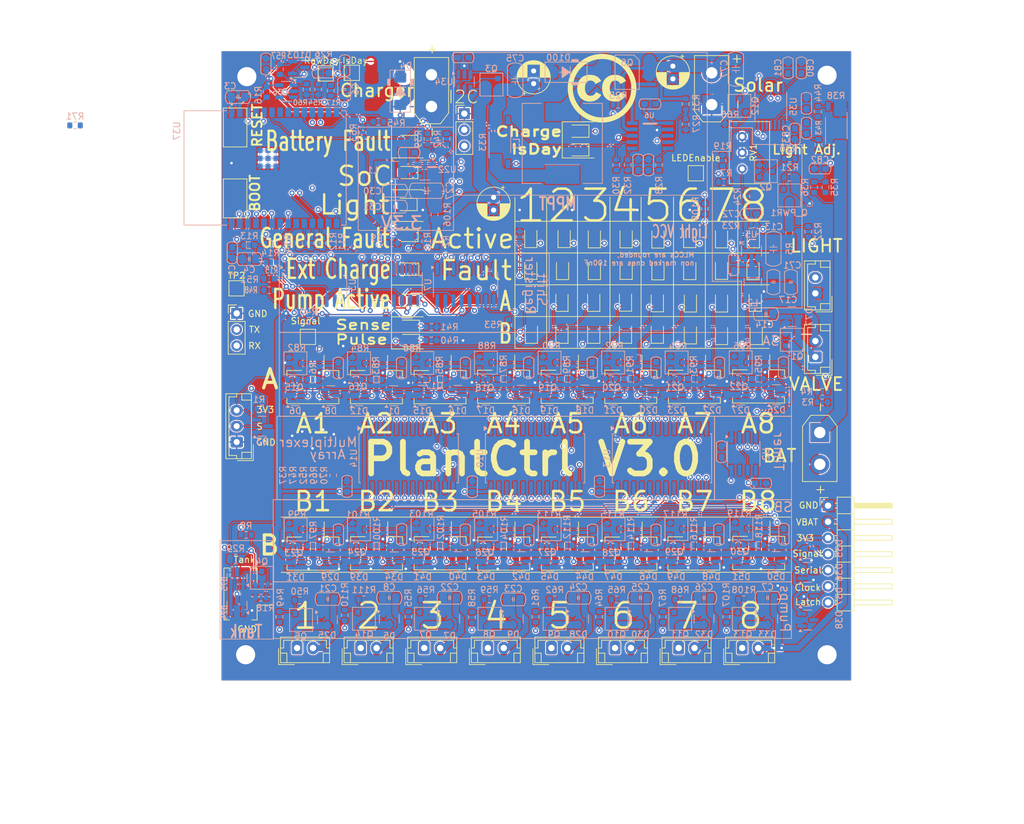
<source format=kicad_pcb>
(kicad_pcb
	(version 20240108)
	(generator "pcbnew")
	(generator_version "8.0")
	(general
		(thickness 1.6)
		(legacy_teardrops no)
	)
	(paper "A4")
	(layers
		(0 "F.Cu" signal)
		(1 "In1.Cu" signal)
		(2 "In2.Cu" signal)
		(31 "B.Cu" signal)
		(32 "B.Adhes" user "B.Adhesive")
		(33 "F.Adhes" user "F.Adhesive")
		(34 "B.Paste" user)
		(35 "F.Paste" user)
		(36 "B.SilkS" user "B.Silkscreen")
		(37 "F.SilkS" user "F.Silkscreen")
		(38 "B.Mask" user)
		(39 "F.Mask" user)
		(40 "Dwgs.User" user "User.Drawings")
		(41 "Cmts.User" user "User.Comments")
		(42 "Eco1.User" user "User.Eco1")
		(43 "Eco2.User" user "User.Eco2")
		(44 "Edge.Cuts" user)
		(45 "Margin" user)
		(46 "B.CrtYd" user "B.Courtyard")
		(47 "F.CrtYd" user "F.Courtyard")
		(48 "B.Fab" user)
		(49 "F.Fab" user)
	)
	(setup
		(stackup
			(layer "F.SilkS"
				(type "Top Silk Screen")
			)
			(layer "F.Paste"
				(type "Top Solder Paste")
			)
			(layer "F.Mask"
				(type "Top Solder Mask")
				(thickness 0.01)
			)
			(layer "F.Cu"
				(type "copper")
				(thickness 0.035)
			)
			(layer "dielectric 1"
				(type "prepreg")
				(thickness 0.1)
				(material "FR4")
				(epsilon_r 4.5)
				(loss_tangent 0.02)
			)
			(layer "In1.Cu"
				(type "copper")
				(thickness 0.035)
			)
			(layer "dielectric 2"
				(type "core")
				(thickness 1.24)
				(material "FR4")
				(epsilon_r 4.5)
				(loss_tangent 0.02)
			)
			(layer "In2.Cu"
				(type "copper")
				(thickness 0.035)
			)
			(layer "dielectric 3"
				(type "prepreg")
				(thickness 0.1)
				(material "FR4")
				(epsilon_r 4.5)
				(loss_tangent 0.02)
			)
			(layer "B.Cu"
				(type "copper")
				(thickness 0.035)
			)
			(layer "B.Mask"
				(type "Bottom Solder Mask")
				(thickness 0.01)
			)
			(layer "B.Paste"
				(type "Bottom Solder Paste")
			)
			(layer "B.SilkS"
				(type "Bottom Silk Screen")
			)
			(copper_finish "HAL lead-free")
			(dielectric_constraints no)
		)
		(pad_to_mask_clearance 0.05)
		(allow_soldermask_bridges_in_footprints no)
		(aux_axis_origin 68.58 26.67)
		(grid_origin 68.58 26.67)
		(pcbplotparams
			(layerselection 0x003ffff_ffffffff)
			(plot_on_all_layers_selection 0x0000000_00000000)
			(disableapertmacros no)
			(usegerberextensions no)
			(usegerberattributes no)
			(usegerberadvancedattributes no)
			(creategerberjobfile no)
			(dashed_line_dash_ratio 12.000000)
			(dashed_line_gap_ratio 3.000000)
			(svgprecision 4)
			(plotframeref no)
			(viasonmask no)
			(mode 1)
			(useauxorigin no)
			(hpglpennumber 1)
			(hpglpenspeed 20)
			(hpglpendiameter 15.000000)
			(pdf_front_fp_property_popups yes)
			(pdf_back_fp_property_popups yes)
			(dxfpolygonmode yes)
			(dxfimperialunits yes)
			(dxfusepcbnewfont yes)
			(psnegative no)
			(psa4output no)
			(plotreference yes)
			(plotvalue yes)
			(plotfptext yes)
			(plotinvisibletext no)
			(sketchpadsonfab no)
			(subtractmaskfromsilk no)
			(outputformat 1)
			(mirror no)
			(drillshape 0)
			(scaleselection 1)
			(outputdirectory "gerber/")
		)
	)
	(net 0 "")
	(net 1 "EN")
	(net 2 "VBAT")
	(net 3 "GND")
	(net 4 "S1")
	(net 5 "G1")
	(net 6 "3_3V")
	(net 7 "Temp")
	(net 8 "S2")
	(net 9 "G2")
	(net 10 "S3")
	(net 11 "Net-(U22-BST)")
	(net 12 "Net-(PUMP2-Pin_1)")
	(net 13 "PUMP_ENABLE")
	(net 14 "TANK_SENSOR")
	(net 15 "Net-(PUMP3-Pin_1)")
	(net 16 "Net-(PUMP4-Pin_1)")
	(net 17 "Net-(PUMP1-Pin_1)")
	(net 18 "Net-(PUMP5-Pin_1)")
	(net 19 "Net-(PUMP6-Pin_1)")
	(net 20 "Net-(PUMP7-Pin_1)")
	(net 21 "Net-(PUMP8-Pin_1)")
	(net 22 "SerialOut")
	(net 23 "Clock")
	(net 24 "Latch")
	(net 25 "Net-(Q1-G)")
	(net 26 "G3")
	(net 27 "ESP_RX")
	(net 28 "ESP_TX")
	(net 29 "Net-(Boot1-Pad2)")
	(net 30 "SDA")
	(net 31 "SCL")
	(net 32 "G4")
	(net 33 "S4")
	(net 34 "Net-(D10-K)")
	(net 35 "Net-(Q5-G)")
	(net 36 "G5")
	(net 37 "Net-(Q7-G)")
	(net 38 "Net-(Q8-G)")
	(net 39 "Net-(Q9-G)")
	(net 40 "Net-(Q10-G)")
	(net 41 "Net-(Q11-G)")
	(net 42 "Net-(Q4-G)")
	(net 43 "Net-(Q13-G)")
	(net 44 "Net-(Q14-G)")
	(net 45 "Net-(D78-A)")
	(net 46 "S5")
	(net 47 "Net-(C5-Pad2)")
	(net 48 "S6")
	(net 49 "G6")
	(net 50 "S7")
	(net 51 "PUMP1")
	(net 52 "G7")
	(net 53 "PUMP3")
	(net 54 "G8")
	(net 55 "Net-(R14-Pad2)")
	(net 56 "PUMP4")
	(net 57 "PUMP5")
	(net 58 "PUMP6")
	(net 59 "PUMP7")
	(net 60 "PUMP8")
	(net 61 "PUMP2")
	(net 62 "unconnected-(U37-IO0-Pad8)")
	(net 63 "unconnected-(U37-IO1-Pad9)")
	(net 64 "Net-(D78-K)")
	(net 65 "S8")
	(net 66 "SIGNAL")
	(net 67 "SerialIn")
	(net 68 "S9")
	(net 69 "G9")
	(net 70 "S10")
	(net 71 "G10")
	(net 72 "G11")
	(net 73 "S11")
	(net 74 "G12")
	(net 75 "S12")
	(net 76 "S13")
	(net 77 "G13")
	(net 78 "S14")
	(net 79 "G14")
	(net 80 "S15")
	(net 81 "G15")
	(net 82 "S16")
	(net 83 "G16")
	(net 84 "CD1")
	(net 85 "CD2")
	(net 86 "CD3")
	(net 87 "CD4")
	(net 88 "CD5")
	(net 89 "Net-(D10-A)")
	(net 90 "Net-(D2-K)")
	(net 91 "CD6")
	(net 92 "CD7")
	(net 93 "Net-(U2-CV)")
	(net 94 "CD8")
	(net 95 "CD9")
	(net 96 "CD10")
	(net 97 "CD11")
	(net 98 "CD12")
	(net 99 "CD13")
	(net 100 "CD14")
	(net 101 "CD15")
	(net 102 "CD16")
	(net 103 "1K_3_3")
	(net 104 "Net-(P_FAULT1-K)")
	(net 105 "CD_Probe")
	(net 106 "SENSORS_ON")
	(net 107 "unconnected-(U3-QG-Pad6)")
	(net 108 "unconnected-(U3-QH-Pad7)")
	(net 109 "Net-(CD1-K)")
	(net 110 "Net-(SIGNAL1-K)")
	(net 111 "MS4")
	(net 112 "MS1")
	(net 113 "MS0")
	(net 114 "MS3")
	(net 115 "MS2")
	(net 116 "unconnected-(U2-DIS-Pad7)")
	(net 117 "IsDay")
	(net 118 "S_VIN")
	(net 119 "5K_VBAT")
	(net 120 "Net-(U1-QH')")
	(net 121 "Net-(U3-QH')")
	(net 122 "/Light_In")
	(net 123 "Net-(U5-BST)")
	(net 124 "Net-(Q2-G)")
	(net 125 "Net-(Q2-D)")
	(net 126 "Net-(Q_PWR1-G)")
	(net 127 "Net-(Q_PWR1-D)")
	(net 128 "LED_ENABLE")
	(net 129 "Net-(I2C3-A)")
	(net 130 "Net-(R24-Pad2)")
	(net 131 "Net-(U5-FB)")
	(net 132 "/Light+")
	(net 133 "Net-(U6-VG)")
	(net 134 "Net-(C19-Pad1)")
	(net 135 "Net-(D98-K)")
	(net 136 "Net-(D98-A)")
	(net 137 "Net-(D100-K)")
	(net 138 "Net-(L3-Pad2)")
	(net 139 "Net-(Q6-G)")
	(net 140 "Net-(U6-MPPT)")
	(net 141 "Net-(U6-COM)")
	(net 142 "Net-(U6-BAT)")
	(net 143 "Net-(U6-FB)")
	(net 144 "Net-(U6-CSP)")
	(net 145 "/3_3IN")
	(net 146 "/Light_cool")
	(net 147 "/3_3V_cool")
	(net 148 "Net-(Q3-S)")
	(net 149 "Net-(U34-VCAP)")
	(net 150 "Net-(Q3-G)")
	(net 151 "Net-(J3-Pin_1)")
	(net 152 "ENABLE_TANK")
	(net 153 "Net-(battery1-Pin_1)")
	(net 154 "Net-(U35-BAT)")
	(net 155 "Net-(U35-SRP)")
	(net 156 "Net-(U35-SRN)")
	(net 157 "Net-(D76-K)")
	(net 158 "Net-(D76-A)")
	(net 159 "Net-(D13-A)")
	(net 160 "Net-(R38-Pad2)")
	(net 161 "Net-(R38-Pad3)")
	(net 162 "BAT_LED")
	(net 163 "BAT_ALERT")
	(net 164 "unconnected-(U35-P6{slash}TS-Pad11)")
	(net 165 "unconnected-(U35-P5{slash}HDQ-Pad12)")
	(net 166 "REG25")
	(net 167 "Net-(C88-Pad1)")
	(net 168 "Net-(U36-+)")
	(net 169 "Net-(U36--)")
	(net 170 "Net-(D11-A)")
	(net 171 "unconnected-(U37-IO7-Pad7)")
	(net 172 "unconnected-(U37-NC-Pad22)")
	(net 173 "unconnected-(U37-IO13-Pad14)")
	(net 174 "unconnected-(U37-IO4-Pad4)")
	(net 175 "unconnected-(U37-IO12-Pad13)")
	(net 176 "Net-(U37-IO8)")
	(net 177 "BOOT_SEL")
	(net 178 "WARN_LED")
	(net 179 "Net-(Q15-C)")
	(net 180 "Net-(Q16-C)")
	(net 181 "Net-(Q17-C)")
	(net 182 "Net-(Q18-C)")
	(net 183 "Net-(Q19-C)")
	(net 184 "Net-(Q20-C)")
	(net 185 "Net-(Q21-C)")
	(net 186 "Net-(Q22-C)")
	(net 187 "Net-(Q23-C)")
	(net 188 "Net-(Q24-C)")
	(net 189 "Net-(Q25-C)")
	(net 190 "Net-(Q26-C)")
	(net 191 "Net-(Q27-C)")
	(net 192 "Net-(Q28-C)")
	(net 193 "Net-(Q29-C)")
	(net 194 "Net-(Q30-C)")
	(net 195 "Net-(Q16-B)")
	(net 196 "FAULT1")
	(net 197 "FAULT2")
	(net 198 "FAULT3")
	(net 199 "FAULT4")
	(net 200 "FAULT5")
	(net 201 "FAULT6")
	(net 202 "FAULT7")
	(net 203 "FAULT8")
	(net 204 "OE")
	(net 205 "unconnected-(TP2-Pad1)")
	(net 206 "Net-(Q15-C)_1")
	(net 207 "Net-(Q17-C)_1")
	(net 208 "Net-(Q20-C)_1")
	(net 209 "Net-(Q21-C)_1")
	(net 210 "Net-(Q23-C)_1")
	(net 211 "Net-(Q24-C)_1")
	(net 212 "Net-(Q29-C)_1")
	(net 213 "Net-(Q18-C)_1")
	(net 214 "Net-(Q19-C)_1")
	(net 215 "Net-(Q22-C)_1")
	(net 216 "Net-(Q25-C)_1")
	(net 217 "Net-(Q26-C)_1")
	(net 218 "Net-(Q27-C)_1")
	(net 219 "Net-(Q28-C)_1")
	(net 220 "Net-(Q30-C)_1")
	(footprint "Connector_JST:JST_PH_B2B-PH-SM4-TB_1x02-1MP_P2.00mm_Vertical" (layer "F.Cu") (at 204.58 117.92 180))
	(footprint "Button_Switch_SMD:SW_SPST_CK_RS282G05A3" (layer "F.Cu") (at 172.33 52.67 90))
	(footprint "Connector_JST:JST_PH_B2B-PH-SM4-TB_1x02-1MP_P2.00mm_Vertical" (layer "F.Cu") (at 194.555 91.77 180))
	(footprint "Connector_AMASS:AMASS_XT30UPB-M_1x02_P5.0mm_Vertical" (layer "F.Cu") (at 247.28 49.07 90))
	(footprint "LED_SMD:LED_0805_2012Metric" (layer "F.Cu") (at 199.53 74.9575 180))
	(footprint "Button_Switch_SMD:SW_SPST_CK_RS282G05A3" (layer "F.Cu") (at 172.33 63.82 -90))
	(footprint "LED_SMD:LED_0805_2012Metric" (layer "F.Cu") (at 223.73 84.945 90))
	(footprint "LED_SMD:LED_0805_2012Metric" (layer "F.Cu") (at 218.83 74.8825 90))
	(footprint "LED_SMD:LED_0805_2012Metric" (layer "F.Cu") (at 228.83 74.92 90))
	(footprint "LED_SMD:LED_0805_2012Metric" (layer "F.Cu") (at 243.93 80.02 90))
	(footprint "Connector_JST:JST_PH_B2B-PH-SM4-TB_1x02-1MP_P2.00mm_Vertical" (layer "F.Cu") (at 254.655 91.67 180))
	(footprint "LED_SMD:LED_0805_2012Metric" (layer "F.Cu") (at 238.73 84.945 90))
	(footprint "Connector_AMASS:AMASS_XT30UPB-F_1x02_P5.0mm_Vertical" (layer "F.Cu") (at 264.28 100.67 -90))
	(footprint "LED_SMD:LED_0805_2012Metric" (layer "F.Cu") (at 243.93 85.045 90))
	(footprint "Connector_JST:JST_PH_B2B-PH-SM4-TB_1x02-1MP_P2.00mm_Vertical" (layer "F.Cu") (at 184.58 117.97 180))
	(footprint "LED_SMD:LED_0805_2012Metric" (layer "F.Cu") (at 199.655 86.195 180))
	(footprint "Connector_AMASS:AMASS_XT30UPB-F_1x02_P5.0mm_Vertical" (layer "F.Cu") (at 203.21 49.37 90))
	(footprint "Connector_JST:JST_PH_B2B-PH-SM4-TB_1x02-1MP_P2.00mm_Vertical" (layer "F.Cu") (at 254.68 117.87 180))
	(footprint "Connector_JST:JST_EH_B2B-EH-A_1x02_P2.50mm_Vertical" (layer "F.Cu") (at 232.08 134.575))
	(footprint "Connector_JST:JST_EH_B2B-EH-A_1x02_P2.50mm_Vertical" (layer "F.Cu") (at 242.08 134.575))
	(footprint "Connector_JST:JST_EH_B2B-EH-A_1x02_P2.50mm_Vertical" (layer "F.Cu") (at 263.58 88.77 90))
	(footprint "LED_SMD:LED_0805_2012Metric" (layer "F.Cu") (at 248.83 85.145 90))
	(footprint "LED_SMD:LED_0805_2012Metric" (layer "F.Cu") (at 248.83 80.02 90))
	(footprint "Connector_JST:JST_EH_B3B-EH-A_1x03_P2.50mm_Vertical" (layer "F.Cu") (at 172.58 102.17 90))
	(footprint "TestPoint:TestPoint_Pad_2.0x2.0mm" (layer "F.Cu") (at 172.56 77.98))
	(footprint "Connector_JST:JST_PH_B2B-PH-SM4-TB_1x02-1MP_P2.00mm_Vertical" (layer "F.Cu") (at 224.58 117.97 180))
	(footprint "LED_SMD:LED_0805_2012Metric" (layer "F.Cu") (at 199.43 69.6575 180))
	(footprint "Connector_PinHeader_2.54mm:PinHeader_1x07_P2.54mm_Horizontal" (layer "F.Cu") (at 265.58 112.17))
	(footprint "LED_SMD:LED_0805_2012Metric" (layer "F.Cu") (at 218.93 84.945 90))
	(footprint "LED_SMD:LED_0805_2012Metric"
		(layer "F.Cu")
		(uuid "38c660a9-1b7f-4b5b-b61c-be652783af9f")
		(at 243.83 69.8825 90)
		(descr "LED SMD 0805 (2012 Metric), square (rectangular) end terminal, IPC_7351 nominal, (Body size source: https://docs.google.com/spreadsheets/d/1BsfQQcO9C6DZCsRaXUlFlo91Tg2WpOkGARC1WS5S8t0/edit?usp=sharing), generated with kicad-footprint-generator")
		(tags "LED")
		(property "Reference" "PUMP_D6"
			(at 0 -1.65 90)
			(layer "F.SilkS")
			(hide yes)
			(uuid "44bbbf26-a62d-4436-b514-b825e281b3ce")
			(effects
				(font
					(size 1 1)
					(thickness 0.15)
				)
			)
		)
		(property "Value" "BLUE"
			(at 0 1.65 90)
			(layer "F.Fab")
			(uuid "8a8574fa-8ef6-410c-870d-c44e0d85d060")
			(effects
				(font
					(size 1 1)
					(thickness 0.15)
				)
			)
		)
		(property "Footprint" "LED_SMD:LED_0805_2012Metric"
			(at 0 0 90)
			(unlocked yes)
			(layer "F.Fab")
			(hide yes)
			(uuid "0bbef73a-c570-477f-a1a4-ae99308a1abe")
			(effects
				(font
					(size 1.27 1.27)
					(thickness 0.15)
				)
			)
		)
		(property "Datasheet" ""
			(at 0 0 90)
			(unlocked yes)
			(layer "F.Fab")
			(hide yes)
			(uuid "1ae939cc-3500-4eee-8197-2ae48b6e6729")
			(effects
				(font
					(size 1.27 1.27)
					(thickness 0.15)
				)
			)
		)
		(property "Description" ""
			(at 0 0 90)
			(unlocked yes)
			(layer "F.Fab")
			(hide yes)
			(uuid "f1e07697-0ac1-494e-b33a-d9f9652f33ce")
			(effects
				(font
					(size 1.27 1.27)
					(thickness 0.15)
				)
			)
		)
		(property "LCSC_PART_NUMBER" "C205441"
			(at 0 0 0)
			(layer "F.Fab")
			(hide yes)
			(uuid "8e33ab52-a42a-4bc9-9e95-456d9ba9024b")
			(effects
				(font
					(size 1 1)
					(thickness 0.15)
				)
			)
		)
		(property ki_fp_filters "LED* LED_SMD:* LED_THT:*")
		(path "/7d96651a-292d-43cc-aa2d-419126cd57a5")
		(sheetname "Root")
		(sheetfile "PlantCtrlESP32.kicad_sch")
		(attr smd dnp)
		(fp_line
			(start 1 -0.96)
			(end -1.685 -0.96)
			(stroke
				(width 0.12)
				(type solid)
			)
			(layer "F.SilkS")
			(uuid "ba446705-5982-4150-a636-09b7ed8fe401")
		)
		(fp_line
			(start -1.685 -0.96)
			(end -1.685 0.96)
			(stroke
				(width 0.12)
				(type solid)
			)
			(layer "F.SilkS")
			(uuid "779d78dc-e68f-4f0e-8a06-6149e2185d92")
		)
		(fp_line
			(start -1.685 0.96)
			(end 1 0.96)
			(stroke
				(width 0.12)
				(type solid)
			)
			(layer "F.SilkS")
			(uuid "e58bcf5c-15c2-4524-8c9a-bff90a010979")
		)
		(fp_line
			(start 1.68 -0.95)
			(end 1.68 0.95)
			(stroke
				(width 0.05)
				(type solid)
			)
			(layer "F.CrtYd")
			(uuid "dab1b315-c66b-4594-a1d6-f28087720229")
		)
		(fp_line
			(start -1.68 -0.95)
			(end 1.68 -0.95)
			(stroke
				(width 0.05)
				(type solid)
			)
			(layer "F.CrtYd")
			(uuid "f041a503-af3e-449f-9185-ed29f6f465c2")
		)
		(fp_line
			(start 1.68 0.95)
			(end -1.68 0.95)
			(stroke
				(width 0.05)
				(type solid)
			)
			(layer "F.CrtYd")
			(uuid "ff8c3f53-7ac4-493c-878a-8ef06ea722e7")
		)
		(fp_line
			(start -1.68 0.95)
			(end -1.68 -0.95)
			(stroke
				(width 0.05)
				(type solid)
			)
			(layer "F.CrtYd")
			(uuid "1c5a52a9-35cc-4224-9dfb-e2f55950ad6a")
		)
		(fp_line
			(start 1 -0.6)
			(end -0.7 -0.6)
			(stroke
				(width 0.1)
				(type solid)
			)
			(layer "F.Fab")
			(uuid "60562b45-51c6-4ea2-948f-ec4c2ec0048b")
		)
		(fp_line
			(start -0.7 -0.6)
			(end -1 -0.3)
			(stroke
				(width 0.1)
				(type solid)
			)
			(layer "F.Fab")
			(uuid "d4c37fbf-d77a-4fcb-aa79-34e57f6d5516")
		)
		(fp_line
			(start -1 -0.3)
			(end -1 0.6)
			(stroke
				(width 0.1)
				(type solid)
			)
			(layer "F.Fab")
			(uuid "fe99bf2a-3bf6-4378-b4e9-8d074d6ed067")
		)
		(fp_line
			(start 1 0.6)
			(end 1 -0.6)
			(stroke
				(width 0.1)
				(type solid)
			)
			(layer "F.Fab")
			(uuid "d7b5f2f3-0882-4b32-8a11-9b0e9daf5705")
		)
		(fp_line
			(start -1 0.6)
			(end 1 0.6)
			(stroke
				(width 0.1)
				(type solid)
			)
			(layer "F.Fab")
			(uuid "887d9868-4c7d-4a8a-a7b7-2ab982864864")
		)
		(fp_text user "${REFERENCE}"
			(at 0 0 90)
			(layer "F.Fab")
			(uuid "06a1ee72-929f-4ac9-b951-316a7d4bc6fd")
			(effects
				(font
					(size 0.5 0.5)
			
... [4761333 chars truncated]
</source>
